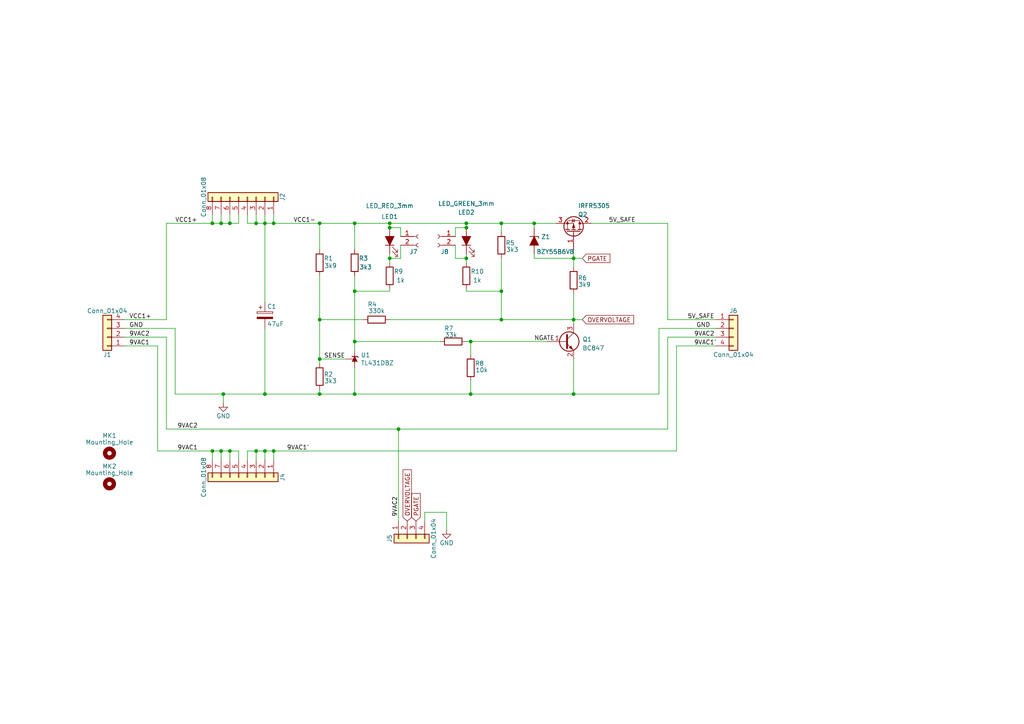
<source format=kicad_sch>
(kicad_sch (version 20230121) (generator eeschema)
  (paper "A4")
  (title_block (title "C64 Saver 2 SMD") (date "2023-03-20") (rev "2.6"))
  (lib_symbols
    (symbol "C64Saver2-rescue:CP" (pin_numbers hide) (pin_names (offset 0.254))
      (property "Reference" "C" (at 0.635 2.54 0))
      (property "Value" "CP" (at 0.635 -2.54 0))
      (symbol "CP_0_1"
        (rectangle (start -2.286 0.508) (end -2.286 1.016))
        (rectangle (start -2.286 0.508) (end 2.286 0.508))
        (polyline (pts (xy -1.778 2.286) (xy -0.762 2.286)))
        (polyline (pts (xy -1.27 2.794) (xy -1.27 1.778)))
        (rectangle (start 2.286 -0.508) (end -2.286 -1.016) (fill (type outline)))
        (rectangle (start 2.286 1.016) (end -2.286 1.016))
        (rectangle (start 2.286 1.016) (end 2.286 0.508))
      )
      (symbol "CP_1_1"
        (pin passive line (at 0 3.81 270) (length 2.794) (name "~") (number "1"))
        (pin passive line (at 0 -3.81 90) (length 2.794) (name "~") (number "2"))
      )
    )
    (symbol "C64Saver2-rescue:Conn_01x04" (pin_names (offset 1.016) hide)
      (property "Reference" "J" (at 0 5.08 0))
      (property "Value" "Conn_01x04" (at 0 -7.62 0))
      (symbol "Conn_01x04_1_1"
        (rectangle (start -1.27 -4.953) (end 0 -5.207) (stroke (width 0.1524)))
        (rectangle (start -1.27 -2.413) (end 0 -2.667) (stroke (width 0.1524)))
        (rectangle (start -1.27 0.127) (end 0 -0.127) (stroke (width 0.1524)))
        (rectangle (start -1.27 2.667) (end 0 2.413) (stroke (width 0.1524)))
        (rectangle (start -1.27 3.81) (end 1.27 -6.35) (stroke (width 0.254)) (fill (type background)))
        (pin passive line (at -5.08 2.54 0) (length 3.81) (name "Pin_1") (number "1"))
        (pin passive line (at -5.08 0 0) (length 3.81) (name "Pin_2") (number "2"))
        (pin passive line (at -5.08 -2.54 0) (length 3.81) (name "Pin_3") (number "3"))
        (pin passive line (at -5.08 -5.08 0) (length 3.81) (name "Pin_4") (number "4"))
      )
    )
    (symbol "C64Saver2-rescue:Conn_01x08" (pin_names (offset 1.016) hide)
      (property "Reference" "J" (at 0 10.16 0))
      (property "Value" "Conn_01x08" (at 0 -12.7 0))
      (symbol "Conn_01x08_1_1"
        (rectangle (start -1.27 -10.033) (end 0 -10.287) (stroke (width 0.1524)))
        (rectangle (start -1.27 -7.493) (end 0 -7.747) (stroke (width 0.1524)))
        (rectangle (start -1.27 -4.953) (end 0 -5.207) (stroke (width 0.1524)))
        (rectangle (start -1.27 -2.413) (end 0 -2.667) (stroke (width 0.1524)))
        (rectangle (start -1.27 0.127) (end 0 -0.127) (stroke (width 0.1524)))
        (rectangle (start -1.27 2.667) (end 0 2.413) (stroke (width 0.1524)))
        (rectangle (start -1.27 5.207) (end 0 4.953) (stroke (width 0.1524)))
        (rectangle (start -1.27 7.747) (end 0 7.493) (stroke (width 0.1524)))
        (rectangle (start -1.27 8.89) (end 1.27 -11.43) (stroke (width 0.254)) (fill (type background)))
        (pin passive line (at -5.08 7.62 0) (length 3.81) (name "Pin_1") (number "1"))
        (pin passive line (at -5.08 5.08 0) (length 3.81) (name "Pin_2") (number "2"))
        (pin passive line (at -5.08 2.54 0) (length 3.81) (name "Pin_3") (number "3"))
        (pin passive line (at -5.08 0 0) (length 3.81) (name "Pin_4") (number "4"))
        (pin passive line (at -5.08 -2.54 0) (length 3.81) (name "Pin_5") (number "5"))
        (pin passive line (at -5.08 -5.08 0) (length 3.81) (name "Pin_6") (number "6"))
        (pin passive line (at -5.08 -7.62 0) (length 3.81) (name "Pin_7") (number "7"))
        (pin passive line (at -5.08 -10.16 0) (length 3.81) (name "Pin_8") (number "8"))
      )
    )
    (symbol "C64Saver2-rescue:D_Zener_ALT-Device" (pin_numbers hide) (pin_names (offset 1.016) hide)
      (property "Reference" "D" (at 0 2.54 0))
      (property "Value" "Device_D_Zener_ALT" (at 0 -2.54 0))
      (symbol "D_Zener_ALT-Device_0_1"
        (polyline (pts (xy 1.27 0) (xy -1.27 0)))
        (polyline (pts (xy -1.27 -1.27) (xy -1.27 1.27) (xy -0.762 1.27)) (stroke (width 0.2032)))
        (polyline (pts (xy 1.27 -1.27) (xy 1.27 1.27) (xy -1.27 0) (xy 1.27 -1.27)) (stroke (width 0.2032)) (fill (type outline)))
      )
      (symbol "D_Zener_ALT-Device_1_1"
        (pin passive line (at -3.81 0 0) (length 2.54) (name "K") (number "1"))
        (pin passive line (at 3.81 0 180) (length 2.54) (name "A") (number "2"))
      )
    )
    (symbol "C64Saver2-rescue:LED_ALT-Device" (pin_numbers hide) (pin_names (offset 1.016) hide)
      (property "Reference" "D" (at 0 2.54 0))
      (property "Value" "Device_LED_ALT" (at 0 -2.54 0))
      (symbol "LED_ALT-Device_0_1"
        (polyline (pts (xy -1.27 -1.27) (xy -1.27 1.27)) (stroke (width 0.2032)))
        (polyline (pts (xy -1.27 0) (xy 1.27 0)))
        (polyline (pts (xy 1.27 -1.27) (xy 1.27 1.27) (xy -1.27 0) (xy 1.27 -1.27)) (stroke (width 0.2032)) (fill (type outline)))
        (polyline (pts (xy -3.048 -0.762) (xy -4.572 -2.286) (xy -3.81 -2.286) (xy -4.572 -2.286) (xy -4.572 -1.524)))
        (polyline (pts (xy -1.778 -0.762) (xy -3.302 -2.286) (xy -2.54 -2.286) (xy -3.302 -2.286) (xy -3.302 -1.524)))
      )
      (symbol "LED_ALT-Device_1_1"
        (pin passive line (at -3.81 0 0) (length 2.54) (name "K") (number "1"))
        (pin passive line (at 3.81 0 180) (length 2.54) (name "A") (number "2"))
      )
    )
    (symbol "C64Saver2-rescue:Mounting_Hole" (pin_names (offset 1.016))
      (property "Reference" "MK" (at 0 5.08 0))
      (property "Value" "Mounting_Hole" (at 0 3.175 0))
      (symbol "Mounting_Hole_0_1"
        (circle (center 0 0) (radius 1.27) (stroke (width 1.27)))
      )
    )
    (symbol "C64Saver2-rescue:Q_PMOS_GDS" (pin_names (offset 0) hide)
      (property "Reference" "Q" (at 5.08 1.27 0))
      (property "Value" "Q_PMOS_GDS" (at 5.08 -1.27 0))
      (symbol "Q_PMOS_GDS_0_1"
        (polyline (pts (xy 0.0508 0) (xy 0.254 0)))
        (polyline (pts (xy 0.762 -1.778) (xy 2.54 -1.778)))
        (polyline (pts (xy 0.762 -1.27) (xy 0.762 -2.286)) (stroke (width 0.254)))
        (polyline (pts (xy 0.762 0) (xy 2.54 0)))
        (polyline (pts (xy 0.762 0.508) (xy 0.762 -0.508)) (stroke (width 0.254)))
        (polyline (pts (xy 0.762 1.778) (xy 2.54 1.778)))
        (polyline (pts (xy 0.762 2.286) (xy 0.762 1.27)) (stroke (width 0.254)))
        (polyline (pts (xy 2.54 -1.778) (xy 2.54 -2.54)))
        (polyline (pts (xy 2.54 -1.778) (xy 2.54 0)))
        (polyline (pts (xy 2.54 2.54) (xy 2.54 1.778)))
        (polyline (pts (xy 0.254 1.905) (xy 0.254 -1.905) (xy 0.254 -1.905)) (stroke (width 0.254)))
        (polyline (pts (xy 2.286 0) (xy 1.27 -0.381) (xy 1.27 0.381) (xy 2.286 0)) (fill (type outline)))
        (polyline (pts (xy 2.54 -1.778) (xy 3.302 -1.778) (xy 3.302 1.778) (xy 2.54 1.778)))
        (polyline (pts (xy 2.794 -0.508) (xy 2.921 -0.381) (xy 3.683 -0.381) (xy 3.81 -0.254)))
        (polyline (pts (xy 3.302 -0.381) (xy 2.921 0.254) (xy 3.683 0.254) (xy 3.302 -0.381)))
        (circle (center 1.651 0) (radius 2.8194) (stroke (width 0.254)))
        (circle (center 2.54 -1.778) (radius 0.2794) (fill (type outline)))
        (circle (center 2.54 1.778) (radius 0.2794) (fill (type outline)))
      )
      (symbol "Q_PMOS_GDS_1_1"
        (pin input line (at -5.08 0 0) (length 5.08) (name "G") (number "1"))
        (pin passive line (at 2.54 5.08 270) (length 2.54) (name "D") (number "2"))
        (pin passive line (at 2.54 -5.08 90) (length 2.54) (name "S") (number "3"))
      )
    )
    (symbol "C64Saver2-rescue:R" (pin_numbers hide) (pin_names (offset 0))
      (property "Reference" "R" (at 2.032 0 90))
      (property "Value" "R" (at 0 0 90))
      (symbol "R_0_1"
        (rectangle (start -1.016 -2.54) (end 1.016 2.54) (stroke (width 0.254)))
      )
      (symbol "R_1_1"
        (pin passive line (at 0 3.81 270) (length 1.27) (name "~") (number "1"))
        (pin passive line (at 0 -3.81 90) (length 1.27) (name "~") (number "2"))
      )
    )
    (symbol "Connector:Conn_01x02_Socket" (pin_names (offset 1.016) hide)
      (property "Reference" "J" (at 0 2.54 0))
      (property "Value" "Conn_01x02_Socket" (at 0 -5.08 0))
      (symbol "Conn_01x02_Socket_1_1"
        (arc (start 0 -2.032) (mid -0.5058 -2.54) (end 0 -3.048) (stroke (width 0.1524)))
        (polyline (pts (xy -1.27 -2.54) (xy -0.508 -2.54)) (stroke (width 0.1524)))
        (polyline (pts (xy -1.27 0) (xy -0.508 0)) (stroke (width 0.1524)))
        (arc (start 0 0.508) (mid -0.5058 0) (end 0 -0.508) (stroke (width 0.1524)))
        (pin passive line (at -5.08 0 0) (length 3.81) (name "Pin_1") (number "1"))
        (pin passive line (at -5.08 -2.54 0) (length 3.81) (name "Pin_2") (number "2"))
      )
    )
    (symbol "Reference_Voltage:TL431DBZ" (pin_numbers hide) (pin_names hide)
      (property "Reference" "U" (at -2.54 2.54 0))
      (property "Value" "TL431DBZ" (at 0 -2.54 0))
      (symbol "TL431DBZ_0_1"
        (polyline (pts (xy -1.27 0) (xy 0 0) (xy 1.27 0)))
        (polyline (pts (xy -0.762 0.762) (xy 0.762 0) (xy -0.762 -0.762)) (fill (type outline)))
        (polyline (pts (xy 0.508 -1.016) (xy 0.762 -0.762) (xy 0.762 0.762) (xy 0.762 0.762)) (stroke (width 0.254)))
      )
      (symbol "TL431DBZ_1_1"
        (pin passive line (at 2.54 0 180) (length 2.54) (name "K") (number "1"))
        (pin passive line (at 0 2.54 270) (length 2.54) (name "REF") (number "2"))
        (pin passive line (at -2.54 0 0) (length 2.54) (name "A") (number "3"))
      )
    )
    (symbol "Transistor_BJT:BC847" (pin_names (offset 0) hide)
      (property "Reference" "Q" (at 5.08 1.905 0))
      (property "Value" "BC847" (at 5.08 0 0))
      (symbol "BC847_0_1"
        (polyline (pts (xy 0.635 0.635) (xy 2.54 2.54)))
        (polyline (pts (xy 0.635 -0.635) (xy 2.54 -2.54) (xy 2.54 -2.54)))
        (polyline (pts (xy 0.635 1.905) (xy 0.635 -1.905) (xy 0.635 -1.905)) (stroke (width 0.508)))
        (polyline (pts (xy 1.27 -1.778) (xy 1.778 -1.27) (xy 2.286 -2.286) (xy 1.27 -1.778) (xy 1.27 -1.778)) (fill (type outline)))
        (circle (center 1.27 0) (radius 2.8194) (stroke (width 0.254)))
      )
      (symbol "BC847_1_1"
        (pin input line (at -5.08 0 0) (length 5.715) (name "B") (number "1"))
        (pin passive line (at 2.54 -5.08 90) (length 2.54) (name "E") (number "2"))
        (pin passive line (at 2.54 5.08 270) (length 2.54) (name "C") (number "3"))
      )
    )
    (symbol "power:GND" (power) (pin_names (offset 0))
      (property "Value" "GND" (at 0 -3.81 0))
      (symbol "GND_0_1"
        (polyline (pts (xy 0 0) (xy 0 -1.27) (xy 1.27 -1.27) (xy 0 -2.54) (xy -1.27 -1.27) (xy 0 -1.27)))
      )
      (symbol "GND_1_1"
        (pin power_in line (at 0 0 270) (length 0) hide (name "GND") (number "1"))
      )
    )
  )
  (junction (at 166.37 74.93))
  (junction (at 166.37 114.3))
  (junction (at 136.525 99.06))
  (junction (at 115.57 124.46))
  (junction (at 76.835 114.3))
  (junction (at 66.675 130.81))
  (junction (at 113.03 66.04))
  (junction (at 61.595 130.81))
  (junction (at 102.87 84.455))
  (junction (at 66.675 64.77))
  (junction (at 102.87 99.06))
  (junction (at 135.255 64.77))
  (junction (at 135.255 66.04))
  (junction (at 79.375 64.77))
  (junction (at 113.03 74.93))
  (junction (at 76.835 130.81))
  (junction (at 61.595 64.77))
  (junction (at 154.94 64.77))
  (junction (at 135.255 74.93))
  (junction (at 76.835 64.77))
  (junction (at 113.03 64.77))
  (junction (at 145.415 84.455))
  (junction (at 102.87 114.3))
  (junction (at 92.71 104.14))
  (junction (at 64.77 114.3))
  (junction (at 92.71 64.77))
  (junction (at 145.415 92.71))
  (junction (at 92.71 114.3))
  (junction (at 136.525 114.3))
  (junction (at 166.37 92.71))
  (junction (at 74.295 64.77))
  (junction (at 64.135 130.81))
  (junction (at 74.295 130.81))
  (junction (at 64.135 64.77))
  (junction (at 145.415 64.77))
  (junction (at 79.375 130.81))
  (junction (at 102.87 64.77))
  (junction (at 92.71 92.71))
  (wire (pts (xy 145.415 92.71) (xy 166.37 92.71)))
  (wire (pts (xy 145.415 64.77) (xy 145.415 67.31)))
  (wire (pts (xy 61.595 130.81) (xy 64.135 130.81)))
  (wire (pts (xy 61.595 64.77) (xy 64.135 64.77)))
  (wire (pts (xy 102.87 114.3) (xy 136.525 114.3)))
  (wire (pts (xy 69.215 64.77) (xy 69.215 62.23)))
  (wire (pts (xy 113.03 74.93) (xy 113.03 73.66)))
  (wire (pts (xy 116.205 71.12) (xy 116.205 74.93)))
  (wire (pts (xy 129.54 153.67) (xy 129.54 148.59)))
  (wire (pts (xy 166.37 72.39) (xy 166.37 74.93)))
  (wire (pts (xy 71.755 130.81) (xy 74.295 130.81)))
  (wire (pts (xy 102.87 84.455) (xy 113.03 84.455)))
  (wire (pts (xy 71.755 64.77) (xy 74.295 64.77)))
  (wire (pts (xy 36.195 95.25) (xy 50.8 95.25)))
  (wire (pts (xy 102.87 114.3) (xy 102.87 106.68)))
  (wire (pts (xy 69.215 130.81) (xy 69.215 133.35)))
  (wire (pts (xy 132.08 68.58) (xy 132.08 66.04)))
  (wire (pts (xy 102.87 99.06) (xy 127.635 99.06)))
  (wire (pts (xy 166.37 92.71) (xy 166.37 93.98)))
  (wire (pts (xy 64.135 133.35) (xy 64.135 130.81)))
  (wire (pts (xy 115.57 124.46) (xy 193.675 124.46)))
  (wire (pts (xy 113.03 64.77) (xy 135.255 64.77)))
  (wire (pts (xy 71.755 62.23) (xy 71.755 64.77)))
  (wire (pts (xy 92.71 80.01) (xy 92.71 92.71)))
  (wire (pts (xy 113.03 64.77) (xy 113.03 66.04)))
  (wire (pts (xy 50.8 114.3) (xy 64.77 114.3)))
  (wire (pts (xy 113.03 76.2) (xy 113.03 74.93)))
  (wire (pts (xy 166.37 74.93) (xy 166.37 77.47)))
  (wire (pts (xy 193.675 124.46) (xy 193.675 97.79)))
  (wire (pts (xy 136.525 114.3) (xy 166.37 114.3)))
  (wire (pts (xy 102.87 84.455) (xy 102.87 99.06)))
  (wire (pts (xy 48.26 124.46) (xy 48.26 97.79)))
  (wire (pts (xy 113.03 92.71) (xy 145.415 92.71)))
  (wire (pts (xy 74.295 133.35) (xy 74.295 130.81)))
  (wire (pts (xy 92.71 104.14) (xy 100.33 104.14)))
  (wire (pts (xy 45.72 130.81) (xy 61.595 130.81)))
  (wire (pts (xy 92.71 92.71) (xy 92.71 104.14)))
  (wire (pts (xy 171.45 64.77) (xy 193.675 64.77)))
  (wire (pts (xy 136.525 110.49) (xy 136.525 114.3)))
  (wire (pts (xy 66.675 64.77) (xy 66.675 62.23)))
  (wire (pts (xy 76.835 95.25) (xy 76.835 114.3)))
  (wire (pts (xy 79.375 64.77) (xy 92.71 64.77)))
  (wire (pts (xy 193.675 92.71) (xy 193.675 64.77)))
  (wire (pts (xy 74.295 64.77) (xy 76.835 64.77)))
  (wire (pts (xy 136.525 99.06) (xy 158.75 99.06)))
  (wire (pts (xy 92.71 104.14) (xy 92.71 105.41)))
  (wire (pts (xy 166.37 114.3) (xy 191.135 114.3)))
  (wire (pts (xy 129.54 148.59) (xy 123.19 148.59)))
  (wire (pts (xy 135.255 74.93) (xy 135.255 73.66)))
  (wire (pts (xy 61.595 133.35) (xy 61.595 130.81)))
  (wire (pts (xy 116.205 66.04) (xy 113.03 66.04)))
  (wire (pts (xy 76.835 114.3) (xy 92.71 114.3)))
  (wire (pts (xy 48.26 64.77) (xy 61.595 64.77)))
  (wire (pts (xy 166.37 92.71) (xy 168.91 92.71)))
  (wire (pts (xy 113.03 83.82) (xy 113.03 84.455)))
  (wire (pts (xy 191.135 95.25) (xy 207.645 95.25)))
  (wire (pts (xy 154.94 64.77) (xy 161.29 64.77)))
  (wire (pts (xy 166.37 114.3) (xy 166.37 104.14)))
  (wire (pts (xy 76.835 64.77) (xy 79.375 64.77)))
  (wire (pts (xy 132.08 66.04) (xy 135.255 66.04)))
  (wire (pts (xy 64.135 64.77) (xy 66.675 64.77)))
  (wire (pts (xy 48.26 92.71) (xy 48.26 64.77)))
  (wire (pts (xy 92.71 114.3) (xy 92.71 113.03)))
  (wire (pts (xy 66.675 130.81) (xy 69.215 130.81)))
  (wire (pts (xy 136.525 102.87) (xy 136.525 99.06)))
  (wire (pts (xy 92.71 114.3) (xy 102.87 114.3)))
  (wire (pts (xy 105.41 92.71) (xy 92.71 92.71)))
  (wire (pts (xy 145.415 74.93) (xy 145.415 84.455)))
  (wire (pts (xy 76.835 130.81) (xy 76.835 133.35)))
  (wire (pts (xy 66.675 130.81) (xy 66.675 133.35)))
  (wire (pts (xy 61.595 62.23) (xy 61.595 64.77)))
  (wire (pts (xy 36.195 92.71) (xy 48.26 92.71)))
  (wire (pts (xy 154.94 74.93) (xy 166.37 74.93)))
  (wire (pts (xy 123.19 148.59) (xy 123.19 151.13)))
  (wire (pts (xy 64.77 114.3) (xy 76.835 114.3)))
  (wire (pts (xy 74.295 130.81) (xy 76.835 130.81)))
  (wire (pts (xy 71.755 130.81) (xy 71.755 133.35)))
  (wire (pts (xy 92.71 64.77) (xy 102.87 64.77)))
  (wire (pts (xy 66.675 64.77) (xy 69.215 64.77)))
  (wire (pts (xy 196.215 100.33) (xy 207.645 100.33)))
  (wire (pts (xy 166.37 74.93) (xy 168.91 74.93)))
  (wire (pts (xy 76.835 64.77) (xy 76.835 87.63)))
  (wire (pts (xy 207.645 92.71) (xy 193.675 92.71)))
  (wire (pts (xy 79.375 64.77) (xy 79.375 62.23)))
  (wire (pts (xy 166.37 85.09) (xy 166.37 92.71)))
  (wire (pts (xy 193.675 97.79) (xy 207.645 97.79)))
  (wire (pts (xy 145.415 84.455) (xy 145.415 92.71)))
  (wire (pts (xy 48.26 124.46) (xy 115.57 124.46)))
  (wire (pts (xy 102.87 64.77) (xy 102.87 72.39)))
  (wire (pts (xy 135.255 64.77) (xy 135.255 66.04)))
  (wire (pts (xy 64.135 130.81) (xy 66.675 130.81)))
  (wire (pts (xy 154.94 73.66) (xy 154.94 74.93)))
  (wire (pts (xy 132.08 71.12) (xy 132.08 74.93)))
  (wire (pts (xy 48.26 97.79) (xy 36.195 97.79)))
  (wire (pts (xy 115.57 124.46) (xy 115.57 151.13)))
  (wire (pts (xy 116.205 68.58) (xy 116.205 66.04)))
  (wire (pts (xy 79.375 130.81) (xy 196.215 130.81)))
  (wire (pts (xy 135.255 84.455) (xy 145.415 84.455)))
  (wire (pts (xy 145.415 64.77) (xy 154.94 64.77)))
  (wire (pts (xy 76.835 62.23) (xy 76.835 64.77)))
  (wire (pts (xy 50.8 95.25) (xy 50.8 114.3)))
  (wire (pts (xy 135.255 83.82) (xy 135.255 84.455)))
  (wire (pts (xy 102.87 99.06) (xy 102.87 101.6)))
  (wire (pts (xy 132.08 74.93) (xy 135.255 74.93)))
  (wire (pts (xy 45.72 100.33) (xy 45.72 130.81)))
  (wire (pts (xy 135.255 64.77) (xy 145.415 64.77)))
  (wire (pts (xy 102.87 64.77) (xy 113.03 64.77)))
  (wire (pts (xy 74.295 62.23) (xy 74.295 64.77)))
  (wire (pts (xy 196.215 130.81) (xy 196.215 100.33)))
  (wire (pts (xy 135.255 74.93) (xy 135.255 76.2)))
  (wire (pts (xy 36.195 100.33) (xy 45.72 100.33)))
  (wire (pts (xy 191.135 114.3) (xy 191.135 95.25)))
  (wire (pts (xy 79.375 130.81) (xy 79.375 133.35)))
  (wire (pts (xy 64.77 116.84) (xy 64.77 114.3)))
  (wire (pts (xy 135.255 99.06) (xy 136.525 99.06)))
  (wire (pts (xy 116.205 74.93) (xy 113.03 74.93)))
  (wire (pts (xy 154.94 66.04) (xy 154.94 64.77)))
  (wire (pts (xy 92.71 64.77) (xy 92.71 72.39)))
  (wire (pts (xy 64.135 64.77) (xy 64.135 62.23)))
  (wire (pts (xy 76.835 130.81) (xy 79.375 130.81)))
  (wire (pts (xy 102.87 80.01) (xy 102.87 84.455)))
  (label "9VAC1" (at 51.435 130.81 0) (effects (font (size 1.2446 1.2446))))
  (label "NGATE" (at 154.94 99.06 0) (effects (font (size 1.2446 1.2446))))
  (label "9VAC2" (at 37.465 97.79 0) (effects (font (size 1.2446 1.2446))))
  (label "GND" (at 201.93 95.25 0))
  (label "VCC1+" (at 50.8 64.77 0) (effects (font (size 1.2446 1.2446))))
  (label "9VAC2" (at 201.295 97.79 0) (effects (font (size 1.2446 1.2446))))
  (label "9VAC1'" (at 201.295 100.33 0) (effects (font (size 1.2446 1.2446))))
  (label "SENSE" (at 93.98 104.14 0) (effects (font (size 1.2446 1.2446))))
  (label "5V_SAFE" (at 199.39 92.71 0) (effects (font (size 1.2446 1.2446))))
  (label "GND" (at 37.465 95.25 0))
  (label "VCC1-" (at 85.09 64.77 0) (effects (font (size 1.2446 1.2446))))
  (label "9VAC1" (at 37.465 100.33 0) (effects (font (size 1.2446 1.2446))))
  (label "9VAC2" (at 115.57 149.86 90) (effects (font (size 1.2446 1.2446))))
  (label "5V_SAFE" (at 176.53 64.77 0) (effects (font (size 1.2446 1.2446))))
  (label "VCC1+" (at 37.465 92.71 0) (effects (font (size 1.2446 1.2446))))
  (label "9VAC1'" (at 83.185 130.81 0) (effects (font (size 1.2446 1.2446))))
  (label "9VAC2" (at 51.435 124.46 0) (effects (font (size 1.2446 1.2446))))
  (global_label "PGATE" (shape input) (at 120.65 151.13 90) (effects (font (size 1.2446 1.2446))) (property "Intersheetrefs" "${INTERSHEET_REFS}" (effects hide)))
  (global_label "OVERVOLTAGE" (shape input) (at 118.11 151.13 90) (effects (font (size 1.2446 1.2446))) (property "Intersheetrefs" "${INTERSHEET_REFS}" (effects hide)))
  (global_label "PGATE" (shape input) (at 168.91 74.93 0) (effects (font (size 1.2446 1.2446))) (property "Intersheetrefs" "${INTERSHEET_REFS}" (effects hide)))
  (global_label "OVERVOLTAGE" (shape input) (at 168.91 92.71 0) (effects (font (size 1.2446 1.2446))) (property "Intersheetrefs" "${INTERSHEET_REFS}" (effects hide)))
  (symbol (lib_id "C64Saver2-rescue:CP") (at 76.835 91.44 0) (unit 1)
    (property "Reference" "C1" (at 77.47 88.9 0) (effects (justify left)))
    (property "Value" "47uF" (at 77.47 93.98 0) (effects (justify left)))
    (property "Footprint" "Capacitor_SMD:CP_Elec_6.3x5.4" (effects hide))
  )
  (symbol (lib_id "C64Saver2-rescue:R") (at 92.71 76.2 0) (unit 1)
    (property "Reference" "R1" (at 95.25 74.93 0))
    (property "Value" "3k9" (at 95.885 77.089 0))
    (property "Footprint" "Resistor_SMD:R_0805_2012Metric_Pad1.20x1.40mm_HandSolder" (effects hide))
  )
  (symbol (lib_id "C64Saver2-rescue:Conn_01x04") (at 212.725 95.25 0) (unit 1)
    (property "Reference" "J6" (at 212.725 90.17 0))
    (property "Value" "Conn_01x04" (at 212.725 102.87 0))
    (property "Footprint" "Connectors_Terminal_Blocks:TerminalBlock_bornier-4_P5.08mm" (effects hide))
  )
  (symbol (lib_id "C64Saver2-rescue:Conn_01x04") (at 31.115 97.79 180) (unit 1)
    (property "Reference" "J1" (at 31.115 102.87 0))
    (property "Value" "Conn_01x04" (at 31.115 90.17 0))
    (property "Footprint" "Connectors_Terminal_Blocks:TerminalBlock_bornier-4_P5.08mm" (effects hide))
  )
  (symbol (lib_id "C64Saver2-rescue:R") (at 92.71 109.22 0) (unit 1)
    (property "Reference" "R2" (at 95.25 108.585 0))
    (property "Value" "3k3" (at 95.885 110.49 0))
    (property "Footprint" "Resistor_SMD:R_0805_2012Metric_Pad1.20x1.40mm_HandSolder" (effects hide))
  )
  (symbol (lib_id "C64Saver2-rescue:R") (at 102.87 76.2 0) (unit 1)
    (property "Reference" "R3" (at 105.41 74.93 0))
    (property "Value" "3k3" (at 106.045 77.47 0))
    (property "Footprint" "Resistor_SMD:R_0805_2012Metric_Pad1.20x1.40mm_HandSolder" (effects hide))
  )
  (symbol (lib_id "C64Saver2-rescue:R") (at 166.37 81.28 0) (unit 1)
    (property "Reference" "R6" (at 168.91 80.645 0))
    (property "Value" "3k9" (at 169.545 82.55 0))
    (property "Footprint" "Resistor_SMD:R_0805_2012Metric_Pad1.20x1.40mm_HandSolder" (effects hide))
  )
  (symbol (lib_id "C64Saver2-rescue:R") (at 145.415 71.12 0) (unit 1)
    (property "Reference" "R5" (at 147.955 70.485 0))
    (property "Value" "3k3" (at 148.59 72.39 0))
    (property "Footprint" "Resistor_SMD:R_0805_2012Metric_Pad1.20x1.40mm_HandSolder" (effects hide))
  )
  (symbol (lib_id "C64Saver2-rescue:R") (at 109.22 92.71 90) (unit 1)
    (property "Reference" "R4" (at 107.95 88.265 90))
    (property "Value" "330k" (at 109.22 90.17 90))
    (property "Footprint" "Resistor_SMD:R_0805_2012Metric_Pad1.20x1.40mm_HandSolder" (effects hide))
  )
  (symbol (lib_id "power:GND") (at 64.77 116.84 0) (unit 1)
    (property "Reference" "#PWR01" (effects hide))
    (property "Value" "GND" (at 64.77 120.65 0))
  )
  (symbol (lib_id "C64Saver2-rescue:Mounting_Hole") (at 31.75 131.445 0) (unit 1)
    (property "Reference" "MK1" (at 31.75 126.365 0))
    (property "Value" "Mounting_Hole" (at 31.75 128.27 0))
    (property "Footprint" "Mounting_Holes:MountingHole_2.5mm" (effects hide))
  )
  (symbol (lib_id "C64Saver2-rescue:Mounting_Hole") (at 31.75 140.335 0) (unit 1)
    (property "Reference" "MK2" (at 31.75 135.255 0))
    (property "Value" "Mounting_Hole" (at 31.75 137.16 0))
    (property "Footprint" "Mounting_Holes:MountingHole_2.5mm" (effects hide))
  )
  (symbol (lib_id "C64Saver2-rescue:Q_PMOS_GDS") (at 166.37 67.31 270) (mirror x) (unit 1)
    (property "Reference" "Q2" (at 167.64 62.23 90) (effects (justify left)))
    (property "Value" "IRFR5305" (at 167.64 59.69 90) (effects (justify left)))
    (property "Footprint" "TO_SOT_Packages_SMD:ATPAK-2" (effects hide))
  )
  (symbol (lib_id "C64Saver2-rescue:Conn_01x08") (at 71.755 57.15 270) (mirror x) (unit 1)
    (property "Reference" "J2" (at 81.915 57.15 0))
    (property "Value" "Conn_01x08" (at 59.055 57.15 0))
    (property "Footprint" "Pin_Headers:Pin_Header_Straight_1x08_Pitch2.54mm" (effects hide))
  )
  (symbol (lib_id "C64Saver2-rescue:Conn_01x08") (at 71.755 138.43 270) (unit 1)
    (property "Reference" "J4" (at 81.915 138.43 0))
    (property "Value" "Conn_01x08" (at 59.055 138.43 0))
    (property "Footprint" "Pin_Headers:Pin_Header_Straight_1x08_Pitch2.54mm" (effects hide))
  )
  (symbol (lib_id "C64Saver2-rescue:Conn_01x04") (at 118.11 156.21 90) (mirror x) (unit 1)
    (property "Reference" "J5" (at 113.03 156.21 0))
    (property "Value" "Conn_01x04" (at 125.73 156.21 0))
    (property "Footprint" "Pin_Headers:Pin_Header_Straight_1x04_Pitch2.54mm" (effects hide))
  )
  (symbol (lib_id "power:GND") (at 129.54 153.67 0) (unit 1)
    (property "Reference" "#PWR02" (effects hide))
    (property "Value" "GND" (at 129.54 157.48 0))
  )
  (symbol (lib_id "C64Saver2-rescue:R") (at 131.445 99.06 90) (unit 1)
    (property "Reference" "R7" (at 130.175 95.25 90))
    (property "Value" "33k" (at 130.81 97.155 90))
    (property "Footprint" "Resistor_SMD:R_0805_2012Metric_Pad1.20x1.40mm_HandSolder" (effects hide))
  )
  (symbol (lib_id "C64Saver2-rescue:R") (at 136.525 106.68 0) (unit 1)
    (property "Reference" "R8" (at 139.065 105.41 0))
    (property "Value" "10k" (at 139.7 107.315 0))
    (property "Footprint" "Resistor_SMD:R_0805_2012Metric_Pad1.20x1.40mm_HandSolder" (effects hide))
  )
  (symbol (lib_id "C64Saver2-rescue:R") (at 113.03 80.01 0) (unit 1)
    (property "Reference" "R9" (at 115.57 78.74 0))
    (property "Value" "1k" (at 116.205 81.28 0))
    (property "Footprint" "Resistor_SMD:R_0805_2012Metric_Pad1.20x1.40mm_HandSolder" (effects hide))
  )
  (symbol (lib_id "C64Saver2-rescue:R") (at 135.255 80.01 180) (unit 1)
    (property "Reference" "R10" (at 138.43 78.74 0))
    (property "Value" "1k" (at 138.43 81.28 0))
    (property "Footprint" "Resistor_SMD:R_0805_2012Metric_Pad1.20x1.40mm_HandSolder" (effects hide))
  )
  (symbol (lib_id "Reference_Voltage:TL431DBZ") (at 102.87 104.14 90) (unit 1)
    (property "Reference" "U1" (at 104.648 102.9716 90) (effects (justify right)))
    (property "Value" "TL431DBZ" (at 104.648 105.283 90) (effects (justify right)))
    (property "Footprint" "Package_TO_SOT_SMD:SOT-23" (effects hide))
    (property "Datasheet" "http://www.ti.com/lit/ds/symlink/tl431.pdf" (effects hide))
  )
  (symbol (lib_id "C64Saver2-rescue:D_Zener_ALT-Device") (at 154.94 69.85 270) (unit 1)
    (property "Reference" "Z1" (at 156.9466 68.6816 90) (effects (justify left)))
    (property "Value" "BZY55B6V8" (at 155.575 73.025 90) (effects (justify left)))
    (property "Footprint" "Diode_SMD:D_0805_2012Metric_Pad1.15x1.40mm_HandSolder" (effects hide))
  )
  (symbol (lib_id "C64Saver2-rescue:LED_ALT-Device") (at 135.255 69.85 90) (unit 1)
    (property "Reference" "LED2" (at 135.255 61.595 90))
    (property "Value" "LED_GREEN_3mm" (at 135.255 59.055 90))
    (property "Footprint" "LED_SMD:LED_0805_2012Metric_Pad1.15x1.40mm_HandSolder" (effects hide))
  )
  (symbol (lib_id "C64Saver2-rescue:LED_ALT-Device") (at 113.03 69.85 90) (unit 1)
    (property "Reference" "LED1" (at 113.03 62.865 90))
    (property "Value" "LED_RED_3mm" (at 113.03 59.69 90))
    (property "Footprint" "LED_SMD:LED_0805_2012Metric_Pad1.15x1.40mm_HandSolder" (effects hide))
  )
  (symbol (lib_id "Connector:Conn_01x02_Socket") (at 127 68.58 0) (mirror y) (unit 1)
    (property "Reference" "J8" (at 130.175 73.025 0) (effects (justify left)))
    (property "Value" "Conn_01x02_Socket" (effects hide))
    (property "Footprint" "Connector_PinHeader_2.54mm:PinHeader_1x02_P2.54mm_Vertical" (effects hide))
  )
  (symbol (lib_id "Connector:Conn_01x02_Socket") (at 121.285 68.58 0) (unit 1)
    (property "Reference" "J7" (at 118.745 73.025 0) (effects (justify left)))
    (property "Value" "Conn_01x02_Socket" (effects hide))
    (property "Footprint" "Connector_PinHeader_2.54mm:PinHeader_1x02_P2.54mm_Vertical" (effects hide))
  )
  (symbol (lib_id "Transistor_BJT:BC847") (at 163.83 99.06 0) (unit 1)
    (property "Reference" "Q1" (at 168.91 98.425 0) (effects (justify left)))
    (property "Value" "BC847" (at 168.91 100.965 0) (effects (justify left)))
    (property "Footprint" "Package_TO_SOT_SMD:SOT-23" (effects hide))
    (property "Datasheet" "http://www.infineon.com/dgdl/Infineon-BC847SERIES_BC848SERIES_BC849SERIES_BC850SERIES-DS-v01_01-en.pdf?fileId=db3a304314dca389011541d4630a1657" (effects hide))
  )
)
</source>
